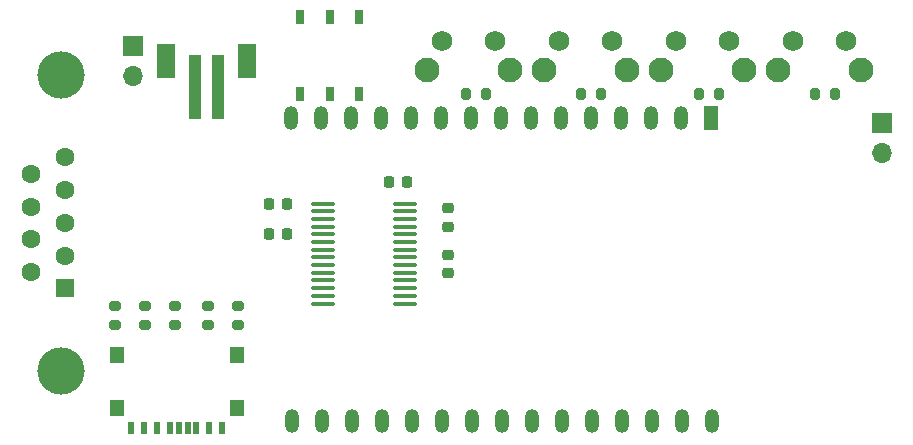
<source format=gts>
%TF.GenerationSoftware,KiCad,Pcbnew,7.0.11*%
%TF.CreationDate,2024-12-08T19:05:50-06:00*%
%TF.ProjectId,WiRSa,57695253-612e-46b6-9963-61645f706362,rev?*%
%TF.SameCoordinates,Original*%
%TF.FileFunction,Soldermask,Top*%
%TF.FilePolarity,Negative*%
%FSLAX46Y46*%
G04 Gerber Fmt 4.6, Leading zero omitted, Abs format (unit mm)*
G04 Created by KiCad (PCBNEW 7.0.11) date 2024-12-08 19:05:50*
%MOMM*%
%LPD*%
G01*
G04 APERTURE LIST*
G04 Aperture macros list*
%AMRoundRect*
0 Rectangle with rounded corners*
0 $1 Rounding radius*
0 $2 $3 $4 $5 $6 $7 $8 $9 X,Y pos of 4 corners*
0 Add a 4 corners polygon primitive as box body*
4,1,4,$2,$3,$4,$5,$6,$7,$8,$9,$2,$3,0*
0 Add four circle primitives for the rounded corners*
1,1,$1+$1,$2,$3*
1,1,$1+$1,$4,$5*
1,1,$1+$1,$6,$7*
1,1,$1+$1,$8,$9*
0 Add four rect primitives between the rounded corners*
20,1,$1+$1,$2,$3,$4,$5,0*
20,1,$1+$1,$4,$5,$6,$7,0*
20,1,$1+$1,$6,$7,$8,$9,0*
20,1,$1+$1,$8,$9,$2,$3,0*%
G04 Aperture macros list end*
%ADD10RoundRect,0.200000X-0.200000X-0.275000X0.200000X-0.275000X0.200000X0.275000X-0.200000X0.275000X0*%
%ADD11RoundRect,0.200000X0.200000X0.275000X-0.200000X0.275000X-0.200000X-0.275000X0.200000X-0.275000X0*%
%ADD12C,4.000000*%
%ADD13R,1.600000X1.600000*%
%ADD14C,1.600000*%
%ADD15RoundRect,0.225000X-0.250000X0.225000X-0.250000X-0.225000X0.250000X-0.225000X0.250000X0.225000X0*%
%ADD16R,1.200000X2.000000*%
%ADD17O,1.200000X2.000000*%
%ADD18R,1.000000X5.500000*%
%ADD19R,1.600000X3.000000*%
%ADD20R,1.700000X1.700000*%
%ADD21O,1.700000X1.700000*%
%ADD22R,0.700000X1.200000*%
%ADD23RoundRect,0.200000X-0.275000X0.200000X-0.275000X-0.200000X0.275000X-0.200000X0.275000X0.200000X0*%
%ADD24C,2.100000*%
%ADD25C,1.750000*%
%ADD26RoundRect,0.225000X0.225000X0.250000X-0.225000X0.250000X-0.225000X-0.250000X0.225000X-0.250000X0*%
%ADD27RoundRect,0.225000X-0.225000X-0.250000X0.225000X-0.250000X0.225000X0.250000X-0.225000X0.250000X0*%
%ADD28R,0.500000X1.000000*%
%ADD29R,1.300000X1.400000*%
%ADD30O,2.020000X0.360000*%
G04 APERTURE END LIST*
D10*
%TO.C,R1*%
X88663400Y-80595500D03*
X90313400Y-80595500D03*
%TD*%
D11*
%TO.C,R4*%
X119868400Y-80595500D03*
X118218400Y-80595500D03*
%TD*%
D12*
%TO.C,J1*%
X54356000Y-79013000D03*
X54356000Y-104013000D03*
D13*
X54656000Y-97053000D03*
D14*
X54656000Y-94283000D03*
X54656000Y-91513000D03*
X54656000Y-88743000D03*
X54656000Y-85973000D03*
X51816000Y-95668000D03*
X51816000Y-92898000D03*
X51816000Y-90128000D03*
X51816000Y-87358000D03*
%TD*%
D15*
%TO.C,C4*%
X87091000Y-94221000D03*
X87091000Y-95771000D03*
%TD*%
D16*
%TO.C,U2*%
X109389525Y-82663572D03*
D17*
X106849525Y-82663572D03*
X104309525Y-82663572D03*
X101769525Y-82663572D03*
X99229525Y-82663572D03*
X96689525Y-82663572D03*
X94149525Y-82663572D03*
X91609525Y-82663572D03*
X89069525Y-82663572D03*
X86529525Y-82663572D03*
X83989525Y-82663572D03*
X81449525Y-82663572D03*
X78909525Y-82663572D03*
X76369525Y-82663572D03*
X73829525Y-82663572D03*
X73870601Y-108257032D03*
X76410601Y-108257032D03*
X78950601Y-108257032D03*
X81490601Y-108257032D03*
X84030601Y-108257032D03*
X86570601Y-108257032D03*
X89110601Y-108257032D03*
X91650601Y-108257032D03*
X94190601Y-108257032D03*
X96730601Y-108257032D03*
X99270601Y-108257032D03*
X101810601Y-108257032D03*
X104350601Y-108257032D03*
X106890601Y-108257032D03*
X109430601Y-108257032D03*
%TD*%
D18*
%TO.C,J4*%
X65659000Y-80010000D03*
X67659000Y-80020000D03*
D19*
X70059000Y-77770000D03*
X63259000Y-77770000D03*
%TD*%
D20*
%TO.C,J2*%
X123825000Y-83058000D03*
D21*
X123825000Y-85598000D03*
%TD*%
D10*
%TO.C,R2*%
X98381400Y-80595500D03*
X100031400Y-80595500D03*
%TD*%
D22*
%TO.C,SW5*%
X74573000Y-74087000D03*
X77073000Y-74087000D03*
X79573000Y-74087000D03*
X74573000Y-80587000D03*
X77073000Y-80587000D03*
X79573000Y-80587000D03*
%TD*%
D23*
%TO.C,R6*%
X61488000Y-98526000D03*
X61488000Y-100176000D03*
%TD*%
D24*
%TO.C,SW1*%
X85348000Y-78559500D03*
X92358000Y-78559500D03*
D25*
X86598000Y-76069500D03*
X91098000Y-76069500D03*
%TD*%
D10*
%TO.C,R3*%
X108384400Y-80595500D03*
X110034400Y-80595500D03*
%TD*%
D23*
%TO.C,R9*%
X69362000Y-98526000D03*
X69362000Y-100176000D03*
%TD*%
%TO.C,R8*%
X66822000Y-98526000D03*
X66822000Y-100176000D03*
%TD*%
D26*
%TO.C,C5*%
X73515000Y-92456000D03*
X71965000Y-92456000D03*
%TD*%
%TO.C,C2*%
X73515000Y-89916000D03*
X71965000Y-89916000D03*
%TD*%
D20*
%TO.C,J3*%
X60436000Y-76500000D03*
D21*
X60436000Y-79040000D03*
%TD*%
D23*
%TO.C,R5*%
X58948000Y-98526000D03*
X58948000Y-100176000D03*
%TD*%
D24*
%TO.C,SW4*%
X115066000Y-78559500D03*
X122076000Y-78559500D03*
D25*
X116316000Y-76069500D03*
X120816000Y-76069500D03*
%TD*%
D24*
%TO.C,SW3*%
X105160000Y-78559500D03*
X112170000Y-78559500D03*
D25*
X106410000Y-76069500D03*
X110910000Y-76069500D03*
%TD*%
D24*
%TO.C,SW2*%
X95254000Y-78559500D03*
X102264000Y-78559500D03*
D25*
X96504000Y-76069500D03*
X101004000Y-76069500D03*
%TD*%
D27*
%TO.C,C3*%
X82125000Y-88011000D03*
X83675000Y-88011000D03*
%TD*%
D28*
%TO.C,U1*%
X68005000Y-108918000D03*
X66905000Y-108918000D03*
X65805000Y-108918000D03*
X65055000Y-108918000D03*
X63605000Y-108918000D03*
X62505000Y-108918000D03*
X61405000Y-108918000D03*
X60305000Y-108918000D03*
X64355000Y-108918000D03*
D29*
X59055000Y-107188000D03*
X59055000Y-102738000D03*
X69255000Y-102738000D03*
X69255000Y-107188000D03*
%TD*%
D23*
%TO.C,R7*%
X64028000Y-98526000D03*
X64028000Y-100176000D03*
%TD*%
D30*
%TO.C,IC1*%
X76519000Y-89877000D03*
X76519000Y-90527000D03*
X76519000Y-91177000D03*
X76519000Y-91827000D03*
X76519000Y-92477000D03*
X76519000Y-93127000D03*
X76519000Y-93787000D03*
X76519000Y-94437000D03*
X76519000Y-95087000D03*
X76519000Y-95737000D03*
X76519000Y-96387000D03*
X76519000Y-97037000D03*
X76519000Y-97687000D03*
X76519000Y-98337000D03*
X83439000Y-98337000D03*
X83439000Y-97687000D03*
X83439000Y-97037000D03*
X83439000Y-96387000D03*
X83439000Y-95737000D03*
X83439000Y-95087000D03*
X83439000Y-94437000D03*
X83439000Y-93787000D03*
X83439000Y-93127000D03*
X83439000Y-92477000D03*
X83439000Y-91827000D03*
X83439000Y-91177000D03*
X83439000Y-90527000D03*
X83439000Y-89877000D03*
%TD*%
D15*
%TO.C,C1*%
X87091000Y-90284000D03*
X87091000Y-91834000D03*
%TD*%
M02*

</source>
